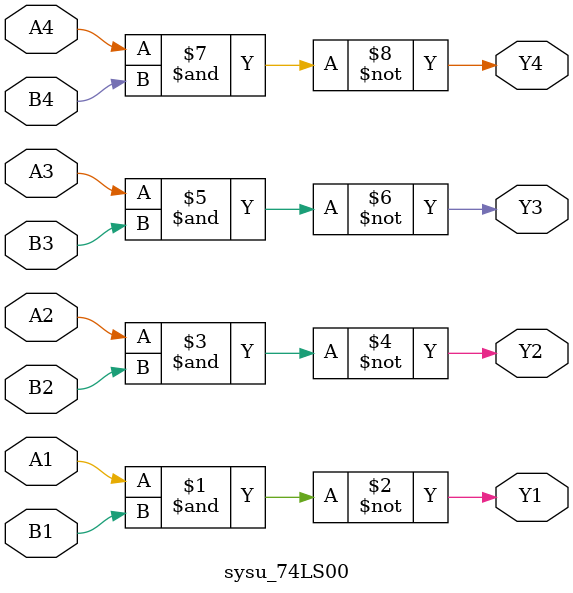
<source format=v>
`timescale 1ns / 1ps


module sysu_74LS00 #(parameter Delay = 0)(
    input wire A1,B1,A2,B2,A3,B3,A4,B4,
    output wire Y1,Y2,Y3,Y4
    );
    
    nand #Delay (Y1,A1,B1);
    nand #Delay (Y2,A2,B2);
    nand #Delay (Y3,A3,B3);
    nand #Delay (Y4,A4,B4);
    
endmodule

</source>
